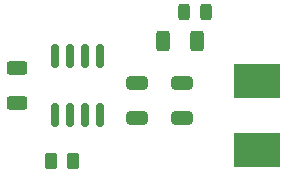
<source format=gbr>
%TF.GenerationSoftware,KiCad,Pcbnew,8.0.7*%
%TF.CreationDate,2025-02-12T01:29:36+05:30*%
%TF.ProjectId,MyNEW_PCB_ART_SJCET,4d794e45-575f-4504-9342-5f4152545f53,rev?*%
%TF.SameCoordinates,Original*%
%TF.FileFunction,Paste,Bot*%
%TF.FilePolarity,Positive*%
%FSLAX46Y46*%
G04 Gerber Fmt 4.6, Leading zero omitted, Abs format (unit mm)*
G04 Created by KiCad (PCBNEW 8.0.7) date 2025-02-12 01:29:36*
%MOMM*%
%LPD*%
G01*
G04 APERTURE LIST*
G04 Aperture macros list*
%AMRoundRect*
0 Rectangle with rounded corners*
0 $1 Rounding radius*
0 $2 $3 $4 $5 $6 $7 $8 $9 X,Y pos of 4 corners*
0 Add a 4 corners polygon primitive as box body*
4,1,4,$2,$3,$4,$5,$6,$7,$8,$9,$2,$3,0*
0 Add four circle primitives for the rounded corners*
1,1,$1+$1,$2,$3*
1,1,$1+$1,$4,$5*
1,1,$1+$1,$6,$7*
1,1,$1+$1,$8,$9*
0 Add four rect primitives between the rounded corners*
20,1,$1+$1,$2,$3,$4,$5,0*
20,1,$1+$1,$4,$5,$6,$7,0*
20,1,$1+$1,$6,$7,$8,$9,0*
20,1,$1+$1,$8,$9,$2,$3,0*%
G04 Aperture macros list end*
%ADD10RoundRect,0.250000X0.312500X0.625000X-0.312500X0.625000X-0.312500X-0.625000X0.312500X-0.625000X0*%
%ADD11RoundRect,0.250000X0.650000X-0.325000X0.650000X0.325000X-0.650000X0.325000X-0.650000X-0.325000X0*%
%ADD12R,4.000000X3.000000*%
%ADD13RoundRect,0.250000X-0.262500X-0.450000X0.262500X-0.450000X0.262500X0.450000X-0.262500X0.450000X0*%
%ADD14RoundRect,0.150000X-0.150000X0.825000X-0.150000X-0.825000X0.150000X-0.825000X0.150000X0.825000X0*%
%ADD15RoundRect,0.250000X-0.625000X0.312500X-0.625000X-0.312500X0.625000X-0.312500X0.625000X0.312500X0*%
%ADD16RoundRect,0.243750X0.243750X0.456250X-0.243750X0.456250X-0.243750X-0.456250X0.243750X-0.456250X0*%
G04 APERTURE END LIST*
D10*
%TO.C,R3*%
X189230000Y-87630000D03*
X186305000Y-87630000D03*
%TD*%
D11*
%TO.C,C2*%
X187960000Y-94185000D03*
X187960000Y-91235000D03*
%TD*%
D12*
%TO.C,BT1*%
X194310000Y-91059000D03*
X194310000Y-96901000D03*
%TD*%
D13*
%TO.C,R2*%
X176887500Y-97790000D03*
X178712500Y-97790000D03*
%TD*%
D14*
%TO.C,U1*%
X177165000Y-88965000D03*
X178435000Y-88965000D03*
X179705000Y-88965000D03*
X180975000Y-88965000D03*
X180975000Y-93915000D03*
X179705000Y-93915000D03*
X178435000Y-93915000D03*
X177165000Y-93915000D03*
%TD*%
D15*
%TO.C,R1*%
X173990000Y-89977500D03*
X173990000Y-92902500D03*
%TD*%
D11*
%TO.C,C1*%
X184150000Y-94185000D03*
X184150000Y-91235000D03*
%TD*%
D16*
%TO.C,D1*%
X189957500Y-85200000D03*
X188082500Y-85200000D03*
%TD*%
M02*

</source>
